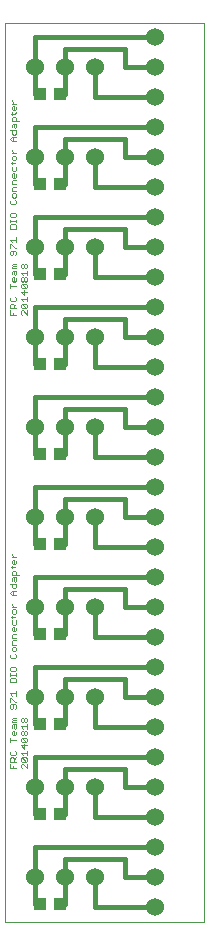
<source format=gtl>
G75*
%MOIN*%
%OFA0B0*%
%FSLAX24Y24*%
%IPPOS*%
%LPD*%
%AMOC8*
5,1,8,0,0,1.08239X$1,22.5*
%
%ADD10C,0.0000*%
%ADD11C,0.0020*%
%ADD12C,0.0600*%
%ADD13R,0.0433X0.0394*%
%ADD14C,0.0160*%
D10*
X000100Y000125D02*
X000100Y030121D01*
X006720Y030121D01*
X006720Y000125D01*
X000100Y000125D01*
D11*
X000260Y005260D02*
X000260Y005407D01*
X000260Y005481D02*
X000260Y005591D01*
X000297Y005628D01*
X000370Y005628D01*
X000407Y005591D01*
X000407Y005481D01*
X000480Y005481D02*
X000260Y005481D01*
X000260Y005260D02*
X000480Y005260D01*
X000370Y005260D02*
X000370Y005333D01*
X000407Y005554D02*
X000480Y005628D01*
X000443Y005702D02*
X000480Y005739D01*
X000480Y005812D01*
X000443Y005849D01*
X000443Y005702D02*
X000297Y005702D01*
X000260Y005739D01*
X000260Y005812D01*
X000297Y005849D01*
X000260Y006144D02*
X000260Y006291D01*
X000260Y006217D02*
X000480Y006217D01*
X000443Y006365D02*
X000370Y006365D01*
X000333Y006402D01*
X000333Y006475D01*
X000370Y006512D01*
X000407Y006512D01*
X000407Y006365D01*
X000443Y006365D02*
X000480Y006402D01*
X000480Y006475D01*
X000443Y006586D02*
X000407Y006623D01*
X000407Y006733D01*
X000370Y006733D02*
X000480Y006733D01*
X000480Y006623D01*
X000443Y006586D01*
X000333Y006696D02*
X000370Y006733D01*
X000333Y006696D02*
X000333Y006623D01*
X000333Y006807D02*
X000333Y006844D01*
X000370Y006880D01*
X000333Y006917D01*
X000370Y006954D01*
X000480Y006954D01*
X000480Y006880D02*
X000370Y006880D01*
X000333Y006807D02*
X000480Y006807D01*
X000443Y007249D02*
X000480Y007286D01*
X000480Y007359D01*
X000443Y007396D01*
X000297Y007396D01*
X000260Y007359D01*
X000260Y007286D01*
X000297Y007249D01*
X000333Y007249D01*
X000370Y007286D01*
X000370Y007396D01*
X000443Y007470D02*
X000297Y007617D01*
X000260Y007617D01*
X000260Y007470D01*
X000333Y007691D02*
X000260Y007764D01*
X000480Y007764D01*
X000480Y007691D02*
X000480Y007838D01*
X000480Y008133D02*
X000480Y008243D01*
X000443Y008280D01*
X000297Y008280D01*
X000260Y008243D01*
X000260Y008133D01*
X000480Y008133D01*
X000480Y008354D02*
X000480Y008427D01*
X000480Y008391D02*
X000260Y008391D01*
X000260Y008427D02*
X000260Y008354D01*
X000297Y008501D02*
X000260Y008538D01*
X000260Y008611D01*
X000297Y008648D01*
X000443Y008648D01*
X000480Y008611D01*
X000480Y008538D01*
X000443Y008501D01*
X000297Y008501D01*
X000297Y008943D02*
X000260Y008980D01*
X000260Y009053D01*
X000297Y009090D01*
X000370Y009164D02*
X000333Y009201D01*
X000333Y009274D01*
X000370Y009311D01*
X000443Y009311D01*
X000480Y009274D01*
X000480Y009201D01*
X000443Y009164D01*
X000370Y009164D01*
X000443Y009090D02*
X000480Y009053D01*
X000480Y008980D01*
X000443Y008943D01*
X000297Y008943D01*
X000333Y009385D02*
X000333Y009495D01*
X000370Y009532D01*
X000480Y009532D01*
X000480Y009606D02*
X000333Y009606D01*
X000333Y009716D01*
X000370Y009753D01*
X000480Y009753D01*
X000443Y009827D02*
X000370Y009827D01*
X000333Y009864D01*
X000333Y009937D01*
X000370Y009974D01*
X000407Y009974D01*
X000407Y009827D01*
X000443Y009827D02*
X000480Y009864D01*
X000480Y009937D01*
X000443Y010048D02*
X000370Y010048D01*
X000333Y010085D01*
X000333Y010195D01*
X000333Y010269D02*
X000333Y010342D01*
X000297Y010306D02*
X000443Y010306D01*
X000480Y010342D01*
X000443Y010416D02*
X000480Y010453D01*
X000480Y010526D01*
X000443Y010563D01*
X000370Y010563D01*
X000333Y010526D01*
X000333Y010453D01*
X000370Y010416D01*
X000443Y010416D01*
X000480Y010195D02*
X000480Y010085D01*
X000443Y010048D01*
X000407Y010637D02*
X000333Y010711D01*
X000333Y010747D01*
X000333Y010637D02*
X000480Y010637D01*
X000480Y011043D02*
X000333Y011043D01*
X000260Y011116D01*
X000333Y011189D01*
X000480Y011189D01*
X000443Y011264D02*
X000370Y011264D01*
X000333Y011300D01*
X000333Y011410D01*
X000260Y011410D02*
X000480Y011410D01*
X000480Y011300D01*
X000443Y011264D01*
X000370Y011189D02*
X000370Y011043D01*
X000443Y011484D02*
X000407Y011521D01*
X000407Y011631D01*
X000370Y011631D02*
X000480Y011631D01*
X000480Y011521D01*
X000443Y011484D01*
X000333Y011595D02*
X000370Y011631D01*
X000333Y011595D02*
X000333Y011521D01*
X000333Y011705D02*
X000333Y011816D01*
X000370Y011852D01*
X000443Y011852D01*
X000480Y011816D01*
X000480Y011705D01*
X000443Y011963D02*
X000480Y012000D01*
X000443Y011963D02*
X000297Y011963D01*
X000333Y011926D02*
X000333Y012000D01*
X000370Y012074D02*
X000333Y012110D01*
X000333Y012184D01*
X000370Y012221D01*
X000407Y012221D01*
X000407Y012074D01*
X000443Y012074D02*
X000370Y012074D01*
X000443Y012074D02*
X000480Y012110D01*
X000480Y012184D01*
X000480Y012295D02*
X000333Y012295D01*
X000333Y012368D02*
X000333Y012405D01*
X000333Y012368D02*
X000407Y012295D01*
X000333Y011705D02*
X000553Y011705D01*
X000480Y009385D02*
X000333Y009385D01*
X000443Y007470D02*
X000480Y007470D01*
X000657Y006954D02*
X000620Y006917D01*
X000620Y006844D01*
X000657Y006807D01*
X000693Y006807D01*
X000730Y006844D01*
X000730Y006917D01*
X000767Y006954D01*
X000803Y006954D01*
X000840Y006917D01*
X000840Y006844D01*
X000803Y006807D01*
X000767Y006807D01*
X000730Y006844D01*
X000730Y006917D02*
X000693Y006954D01*
X000657Y006954D01*
X000620Y006659D02*
X000840Y006659D01*
X000840Y006586D02*
X000840Y006733D01*
X000803Y006512D02*
X000840Y006475D01*
X000840Y006402D01*
X000803Y006365D01*
X000767Y006365D01*
X000730Y006402D01*
X000730Y006475D01*
X000767Y006512D01*
X000803Y006512D01*
X000730Y006475D02*
X000693Y006512D01*
X000657Y006512D01*
X000620Y006475D01*
X000620Y006402D01*
X000657Y006365D01*
X000693Y006365D01*
X000730Y006402D01*
X000657Y006291D02*
X000803Y006291D01*
X000840Y006254D01*
X000840Y006181D01*
X000803Y006144D01*
X000657Y006291D01*
X000620Y006254D01*
X000620Y006181D01*
X000657Y006144D01*
X000803Y006144D01*
X000730Y006070D02*
X000730Y005923D01*
X000620Y006033D01*
X000840Y006033D01*
X000840Y005849D02*
X000840Y005702D01*
X000840Y005775D02*
X000620Y005775D01*
X000693Y005702D01*
X000657Y005628D02*
X000803Y005481D01*
X000840Y005518D01*
X000840Y005591D01*
X000803Y005628D01*
X000657Y005628D01*
X000620Y005591D01*
X000620Y005518D01*
X000657Y005481D01*
X000803Y005481D01*
X000840Y005407D02*
X000840Y005260D01*
X000693Y005407D01*
X000657Y005407D01*
X000620Y005370D01*
X000620Y005297D01*
X000657Y005260D01*
X000693Y006586D02*
X000620Y006659D01*
X000657Y020385D02*
X000620Y020422D01*
X000620Y020495D01*
X000657Y020532D01*
X000693Y020532D01*
X000840Y020385D01*
X000840Y020532D01*
X000803Y020606D02*
X000657Y020753D01*
X000803Y020753D01*
X000840Y020716D01*
X000840Y020643D01*
X000803Y020606D01*
X000657Y020606D01*
X000620Y020643D01*
X000620Y020716D01*
X000657Y020753D01*
X000693Y020827D02*
X000620Y020900D01*
X000840Y020900D01*
X000840Y020827D02*
X000840Y020974D01*
X000840Y021158D02*
X000620Y021158D01*
X000730Y021048D01*
X000730Y021195D01*
X000803Y021269D02*
X000657Y021416D01*
X000803Y021416D01*
X000840Y021379D01*
X000840Y021306D01*
X000803Y021269D01*
X000657Y021269D01*
X000620Y021306D01*
X000620Y021379D01*
X000657Y021416D01*
X000657Y021490D02*
X000620Y021527D01*
X000620Y021600D01*
X000657Y021637D01*
X000693Y021637D01*
X000730Y021600D01*
X000730Y021527D01*
X000693Y021490D01*
X000657Y021490D01*
X000730Y021527D02*
X000767Y021490D01*
X000803Y021490D01*
X000840Y021527D01*
X000840Y021600D01*
X000803Y021637D01*
X000767Y021637D01*
X000730Y021600D01*
X000693Y021711D02*
X000620Y021784D01*
X000840Y021784D01*
X000840Y021711D02*
X000840Y021858D01*
X000803Y021932D02*
X000840Y021969D01*
X000840Y022042D01*
X000803Y022079D01*
X000767Y022079D01*
X000730Y022042D01*
X000730Y021969D01*
X000693Y021932D01*
X000657Y021932D01*
X000620Y021969D01*
X000620Y022042D01*
X000657Y022079D01*
X000693Y022079D01*
X000730Y022042D01*
X000730Y021969D02*
X000767Y021932D01*
X000803Y021932D01*
X000480Y021932D02*
X000333Y021932D01*
X000333Y021969D01*
X000370Y022005D01*
X000333Y022042D01*
X000370Y022079D01*
X000480Y022079D01*
X000480Y022005D02*
X000370Y022005D01*
X000370Y021858D02*
X000480Y021858D01*
X000480Y021748D01*
X000443Y021711D01*
X000407Y021748D01*
X000407Y021858D01*
X000370Y021858D02*
X000333Y021821D01*
X000333Y021748D01*
X000370Y021637D02*
X000333Y021600D01*
X000333Y021527D01*
X000370Y021490D01*
X000443Y021490D01*
X000480Y021527D01*
X000480Y021600D01*
X000407Y021637D02*
X000407Y021490D01*
X000407Y021637D02*
X000370Y021637D01*
X000480Y021342D02*
X000260Y021342D01*
X000260Y021269D02*
X000260Y021416D01*
X000297Y020974D02*
X000260Y020937D01*
X000260Y020864D01*
X000297Y020827D01*
X000443Y020827D01*
X000480Y020864D01*
X000480Y020937D01*
X000443Y020974D01*
X000480Y020753D02*
X000407Y020679D01*
X000407Y020716D02*
X000407Y020606D01*
X000480Y020606D02*
X000260Y020606D01*
X000260Y020716D01*
X000297Y020753D01*
X000370Y020753D01*
X000407Y020716D01*
X000370Y020458D02*
X000370Y020385D01*
X000480Y020385D02*
X000260Y020385D01*
X000260Y020532D01*
X000297Y022374D02*
X000260Y022411D01*
X000260Y022484D01*
X000297Y022521D01*
X000443Y022521D01*
X000480Y022484D01*
X000480Y022411D01*
X000443Y022374D01*
X000370Y022411D02*
X000370Y022521D01*
X000443Y022595D02*
X000297Y022742D01*
X000260Y022742D01*
X000260Y022595D01*
X000370Y022411D02*
X000333Y022374D01*
X000297Y022374D01*
X000333Y022816D02*
X000260Y022889D01*
X000480Y022889D01*
X000480Y022816D02*
X000480Y022963D01*
X000480Y023258D02*
X000480Y023368D01*
X000443Y023405D01*
X000297Y023405D01*
X000260Y023368D01*
X000260Y023258D01*
X000480Y023258D01*
X000480Y023479D02*
X000480Y023552D01*
X000480Y023516D02*
X000260Y023516D01*
X000260Y023552D02*
X000260Y023479D01*
X000297Y023626D02*
X000260Y023663D01*
X000260Y023736D01*
X000297Y023773D01*
X000443Y023773D01*
X000480Y023736D01*
X000480Y023663D01*
X000443Y023626D01*
X000297Y023626D01*
X000297Y024068D02*
X000260Y024105D01*
X000260Y024178D01*
X000297Y024215D01*
X000370Y024289D02*
X000333Y024326D01*
X000333Y024399D01*
X000370Y024436D01*
X000443Y024436D01*
X000480Y024399D01*
X000480Y024326D01*
X000443Y024289D01*
X000370Y024289D01*
X000443Y024215D02*
X000480Y024178D01*
X000480Y024105D01*
X000443Y024068D01*
X000297Y024068D01*
X000333Y024510D02*
X000333Y024620D01*
X000370Y024657D01*
X000480Y024657D01*
X000480Y024731D02*
X000333Y024731D01*
X000333Y024841D01*
X000370Y024878D01*
X000480Y024878D01*
X000443Y024952D02*
X000370Y024952D01*
X000333Y024989D01*
X000333Y025062D01*
X000370Y025099D01*
X000407Y025099D01*
X000407Y024952D01*
X000443Y024952D02*
X000480Y024989D01*
X000480Y025062D01*
X000443Y025173D02*
X000370Y025173D01*
X000333Y025210D01*
X000333Y025320D01*
X000333Y025394D02*
X000333Y025467D01*
X000297Y025431D02*
X000443Y025431D01*
X000480Y025467D01*
X000443Y025541D02*
X000480Y025578D01*
X000480Y025651D01*
X000443Y025688D01*
X000370Y025688D01*
X000333Y025651D01*
X000333Y025578D01*
X000370Y025541D01*
X000443Y025541D01*
X000480Y025320D02*
X000480Y025210D01*
X000443Y025173D01*
X000407Y025762D02*
X000333Y025836D01*
X000333Y025872D01*
X000333Y025762D02*
X000480Y025762D01*
X000480Y026168D02*
X000333Y026168D01*
X000260Y026241D01*
X000333Y026314D01*
X000480Y026314D01*
X000443Y026389D02*
X000370Y026389D01*
X000333Y026425D01*
X000333Y026535D01*
X000260Y026535D02*
X000480Y026535D01*
X000480Y026425D01*
X000443Y026389D01*
X000370Y026314D02*
X000370Y026168D01*
X000443Y026609D02*
X000407Y026646D01*
X000407Y026756D01*
X000370Y026756D02*
X000480Y026756D01*
X000480Y026646D01*
X000443Y026609D01*
X000333Y026720D02*
X000370Y026756D01*
X000333Y026720D02*
X000333Y026646D01*
X000333Y026830D02*
X000333Y026941D01*
X000370Y026977D01*
X000443Y026977D01*
X000480Y026941D01*
X000480Y026830D01*
X000443Y027088D02*
X000480Y027125D01*
X000443Y027088D02*
X000297Y027088D01*
X000333Y027051D02*
X000333Y027125D01*
X000370Y027199D02*
X000333Y027235D01*
X000333Y027309D01*
X000370Y027346D01*
X000407Y027346D01*
X000407Y027199D01*
X000443Y027199D02*
X000370Y027199D01*
X000443Y027199D02*
X000480Y027235D01*
X000480Y027309D01*
X000480Y027420D02*
X000333Y027420D01*
X000333Y027493D02*
X000333Y027530D01*
X000333Y027493D02*
X000407Y027420D01*
X000333Y026830D02*
X000553Y026830D01*
X000480Y024510D02*
X000333Y024510D01*
X000443Y022595D02*
X000480Y022595D01*
D12*
X001100Y022625D03*
X001100Y019625D03*
X001100Y016625D03*
X001100Y013625D03*
X001100Y010625D03*
X001100Y007625D03*
X001100Y004625D03*
X001100Y001625D03*
X002100Y001625D03*
X002100Y004625D03*
X002100Y007625D03*
X002100Y010625D03*
X002100Y013625D03*
X002100Y016625D03*
X002100Y019625D03*
X002100Y022625D03*
X002100Y025625D03*
X002100Y028625D03*
X003100Y028625D03*
X003100Y025625D03*
X003100Y022625D03*
X003100Y019625D03*
X003100Y016625D03*
X003100Y013625D03*
X003100Y010625D03*
X003100Y007625D03*
X003100Y004625D03*
X003100Y001625D03*
X005100Y001625D03*
X005100Y000625D03*
X005100Y002625D03*
X005100Y003625D03*
X005100Y004625D03*
X005100Y005625D03*
X005100Y006625D03*
X005100Y007625D03*
X005100Y008625D03*
X005100Y009625D03*
X005100Y010625D03*
X005100Y011625D03*
X005100Y012625D03*
X005100Y013625D03*
X005100Y014625D03*
X005100Y015625D03*
X005100Y016625D03*
X005100Y017625D03*
X005100Y018625D03*
X005100Y019625D03*
X005100Y020625D03*
X005100Y021625D03*
X005100Y022625D03*
X005100Y023625D03*
X005100Y024625D03*
X005100Y025625D03*
X005100Y026625D03*
X005100Y027625D03*
X005100Y028625D03*
X005100Y029625D03*
X001100Y028625D03*
X001100Y025625D03*
D13*
X001265Y024750D03*
X001935Y024750D03*
X001935Y021750D03*
X001935Y018750D03*
X001265Y018750D03*
X001265Y021750D03*
X001265Y015750D03*
X001935Y015750D03*
X001935Y012750D03*
X001265Y012750D03*
X001265Y009750D03*
X001935Y009750D03*
X001935Y006750D03*
X001265Y006750D03*
X001265Y003750D03*
X001935Y003750D03*
X001935Y000750D03*
X001265Y000750D03*
X001265Y027750D03*
X001935Y027750D03*
D14*
X002100Y027750D01*
X002100Y028625D01*
X002100Y029250D01*
X004100Y029250D01*
X004100Y028625D01*
X005100Y028625D01*
X005100Y027625D02*
X003100Y027625D01*
X003100Y028625D01*
X003100Y025625D02*
X003100Y024625D01*
X005100Y024625D01*
X005100Y023625D02*
X001100Y023625D01*
X001100Y022625D01*
X001100Y021750D01*
X001265Y021750D01*
X001100Y020625D02*
X005100Y020625D01*
X005100Y021625D02*
X003100Y021625D01*
X003100Y022625D01*
X003100Y019625D02*
X003100Y018625D01*
X005100Y018625D01*
X005100Y017625D02*
X001100Y017625D01*
X001100Y016625D01*
X001100Y015750D01*
X001265Y015750D01*
X001100Y014625D02*
X005100Y014625D01*
X005100Y013625D02*
X004100Y013625D01*
X004100Y014250D01*
X002100Y014250D01*
X002100Y013625D01*
X002100Y012750D01*
X001935Y012750D01*
X002100Y011250D02*
X004100Y011250D01*
X004100Y010625D01*
X005100Y010625D01*
X005100Y011625D02*
X001100Y011625D01*
X001100Y010625D01*
X001100Y009750D01*
X001265Y009750D01*
X001100Y008625D02*
X005100Y008625D01*
X005100Y007625D02*
X004100Y007625D01*
X004100Y008250D01*
X002100Y008250D01*
X002100Y007625D01*
X002100Y006750D01*
X001935Y006750D01*
X002100Y005250D02*
X004100Y005250D01*
X004100Y004625D01*
X005100Y004625D01*
X005100Y005625D02*
X001100Y005625D01*
X001100Y004625D01*
X001100Y003750D01*
X001265Y003750D01*
X001100Y002625D02*
X001100Y002500D01*
X001100Y001625D01*
X001100Y000750D01*
X001265Y000750D01*
X001100Y002625D02*
X005100Y002625D01*
X005100Y001625D02*
X004100Y001625D01*
X004100Y002250D01*
X002100Y002250D01*
X002100Y001625D01*
X002100Y000750D01*
X001935Y000750D01*
X001935Y003750D02*
X002100Y003750D01*
X002100Y004625D01*
X002100Y005250D01*
X001265Y006750D02*
X001100Y006750D01*
X001100Y007625D01*
X001100Y008625D01*
X001935Y009750D02*
X002100Y009750D01*
X002100Y010625D01*
X002100Y011250D01*
X001265Y012750D02*
X001100Y012750D01*
X001100Y013625D01*
X001100Y014625D01*
X001935Y015750D02*
X002100Y015750D01*
X002100Y016625D01*
X002100Y017250D01*
X004100Y017250D01*
X004100Y016625D01*
X005100Y016625D01*
X005100Y015625D02*
X003100Y015625D01*
X003100Y016625D01*
X003100Y013625D02*
X003100Y012625D01*
X005100Y012625D01*
X005100Y009625D02*
X003100Y009625D01*
X003100Y010625D01*
X003100Y007625D02*
X003100Y006625D01*
X005100Y006625D01*
X005100Y003625D02*
X003100Y003625D01*
X003100Y004625D01*
X003100Y001625D02*
X003100Y000625D01*
X005100Y000625D01*
X002100Y018750D02*
X001935Y018750D01*
X002100Y018750D02*
X002100Y019625D01*
X002100Y020250D01*
X004100Y020250D01*
X004100Y019625D01*
X005100Y019625D01*
X005100Y022625D02*
X004100Y022625D01*
X004100Y023250D01*
X002100Y023250D01*
X002100Y022625D01*
X002100Y021750D01*
X001935Y021750D01*
X001935Y024750D02*
X002100Y024750D01*
X002100Y025625D01*
X002100Y026250D01*
X004100Y026250D01*
X004100Y025625D01*
X005100Y025625D01*
X005100Y026625D02*
X001100Y026625D01*
X001100Y025625D01*
X001100Y024750D01*
X001265Y024750D01*
X001265Y027750D02*
X001100Y027750D01*
X001100Y028625D01*
X001100Y029625D01*
X005100Y029625D01*
X001265Y018750D02*
X001100Y018750D01*
X001100Y019625D01*
X001100Y020625D01*
M02*

</source>
